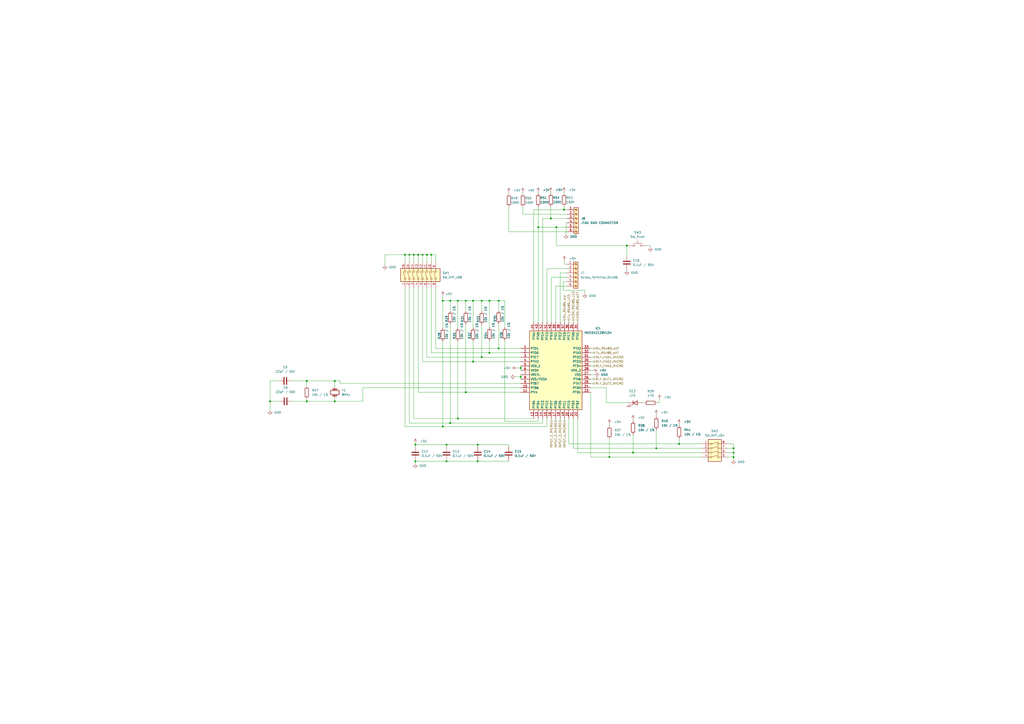
<source format=kicad_sch>
(kicad_sch (version 20211123) (generator eeschema)
  (paper "A2")
  (lib_symbols
    (symbol "Connector:Screw_Terminal_01x06" (pin_names (offset 1.016) hide)
      (property "Reference" "J" (at 0 7.62 0))
      (property "Value" "Screw_Terminal_01x06" (at 0 -10.16 0))
      (symbol "Screw_Terminal_01x06_1_1"
        (rectangle (start -1.27 6.35) (end 1.27 -8.89) (stroke (width 0.254)) (fill (type background)))
        (circle (center 0 -7.62) (radius 0.635) (stroke (width 0.1524)))
        (circle (center 0 -5.08) (radius 0.635) (stroke (width 0.1524)))
        (circle (center 0 -2.54) (radius 0.635) (stroke (width 0.1524)))
        (polyline (pts (xy -0.5334 -7.2898) (xy 0.3302 -8.128)) (stroke (width 0.1524)))
        (polyline (pts (xy -0.5334 -4.7498) (xy 0.3302 -5.588)) (stroke (width 0.1524)))
        (polyline (pts (xy -0.5334 -2.2098) (xy 0.3302 -3.048)) (stroke (width 0.1524)))
        (polyline (pts (xy -0.5334 0.3302) (xy 0.3302 -0.508)) (stroke (width 0.1524)))
        (polyline (pts (xy -0.5334 2.8702) (xy 0.3302 2.032)) (stroke (width 0.1524)))
        (polyline (pts (xy -0.5334 5.4102) (xy 0.3302 4.572)) (stroke (width 0.1524)))
        (polyline (pts (xy -0.3556 -7.112) (xy 0.508 -7.9502)) (stroke (width 0.1524)))
        (polyline (pts (xy -0.3556 -4.572) (xy 0.508 -5.4102)) (stroke (width 0.1524)))
        (polyline (pts (xy -0.3556 -2.032) (xy 0.508 -2.8702)) (stroke (width 0.1524)))
        (polyline (pts (xy -0.3556 0.508) (xy 0.508 -0.3302)) (stroke (width 0.1524)))
        (polyline (pts (xy -0.3556 3.048) (xy 0.508 2.2098)) (stroke (width 0.1524)))
        (polyline (pts (xy -0.3556 5.588) (xy 0.508 4.7498)) (stroke (width 0.1524)))
        (circle (center 0 0) (radius 0.635) (stroke (width 0.1524)))
        (circle (center 0 2.54) (radius 0.635) (stroke (width 0.1524)))
        (circle (center 0 5.08) (radius 0.635) (stroke (width 0.1524)))
        (pin passive line (at -5.08 5.08 0) (length 3.81) (name "Pin_1") (number "1"))
        (pin passive line (at -5.08 2.54 0) (length 3.81) (name "Pin_2") (number "2"))
        (pin passive line (at -5.08 0 0) (length 3.81) (name "Pin_3") (number "3"))
        (pin passive line (at -5.08 -2.54 0) (length 3.81) (name "Pin_4") (number "4"))
        (pin passive line (at -5.08 -5.08 0) (length 3.81) (name "Pin_5") (number "5"))
        (pin passive line (at -5.08 -7.62 0) (length 3.81) (name "Pin_6") (number "6"))
      )
    )
    (symbol "Device:C" (pin_numbers hide) (pin_names (offset 0.254))
      (property "Reference" "C" (at 0.635 2.54 0))
      (property "Value" "C" (at 0.635 -2.54 0))
      (symbol "C_0_1"
        (polyline (pts (xy -2.032 -0.762) (xy 2.032 -0.762)) (stroke (width 0.508)))
        (polyline (pts (xy -2.032 0.762) (xy 2.032 0.762)) (stroke (width 0.508)))
      )
      (symbol "C_1_1"
        (pin passive line (at 0 3.81 270) (length 2.794) (name "~") (number "1"))
        (pin passive line (at 0 -3.81 90) (length 2.794) (name "~") (number "2"))
      )
    )
    (symbol "Device:Crystal" (pin_numbers hide) (pin_names (offset 1.016) hide)
      (property "Reference" "Y" (at 0 3.81 0))
      (property "Value" "Crystal" (at 0 -3.81 0))
      (symbol "Crystal_0_1"
        (rectangle (start -1.143 2.54) (end 1.143 -2.54) (stroke (width 0.3048)))
        (polyline (pts (xy -2.54 0) (xy -1.905 0)))
        (polyline (pts (xy -1.905 -1.27) (xy -1.905 1.27)) (stroke (width 0.508)))
        (polyline (pts (xy 1.905 -1.27) (xy 1.905 1.27)) (stroke (width 0.508)))
        (polyline (pts (xy 2.54 0) (xy 1.905 0)))
      )
      (symbol "Crystal_1_1"
        (pin passive line (at -3.81 0 0) (length 1.27) (name "1") (number "1"))
        (pin passive line (at 3.81 0 180) (length 1.27) (name "2") (number "2"))
      )
    )
    (symbol "Device:LED" (pin_numbers hide) (pin_names (offset 1.016) hide)
      (property "Reference" "D" (at 0 2.54 0))
      (property "Value" "LED" (at 0 -2.54 0))
      (symbol "LED_0_1"
        (polyline (pts (xy -1.27 -1.27) (xy -1.27 1.27)) (stroke (width 0.254)))
        (polyline (pts (xy -1.27 0) (xy 1.27 0)))
        (polyline (pts (xy 1.27 -1.27) (xy 1.27 1.27) (xy -1.27 0) (xy 1.27 -1.27)) (stroke (width 0.254)))
        (polyline (pts (xy -3.048 -0.762) (xy -4.572 -2.286) (xy -3.81 -2.286) (xy -4.572 -2.286) (xy -4.572 -1.524)))
        (polyline (pts (xy -1.778 -0.762) (xy -3.302 -2.286) (xy -2.54 -2.286) (xy -3.302 -2.286) (xy -3.302 -1.524)))
      )
      (symbol "LED_1_1"
        (pin passive line (at -3.81 0 0) (length 2.54) (name "K") (number "1"))
        (pin passive line (at 3.81 0 180) (length 2.54) (name "A") (number "2"))
      )
    )
    (symbol "Device:R" (pin_numbers hide) (pin_names (offset 0))
      (property "Reference" "R" (at 2.032 0 90))
      (property "Value" "R" (at 0 0 90))
      (symbol "R_0_1"
        (rectangle (start -1.016 -2.54) (end 1.016 2.54) (stroke (width 0.254)))
      )
      (symbol "R_1_1"
        (pin passive line (at 0 3.81 270) (length 1.27) (name "~") (number "1"))
        (pin passive line (at 0 -3.81 90) (length 1.27) (name "~") (number "2"))
      )
    )
    (symbol "MKE04Z128VLD4:MKE04Z128VLD4"
      (property "Value" "MKE04Z128VLD4" (at 0 0 0))
      (property "Reference_1" "IC" (at 36.83 15.24 0))
      (property "Value_1" "MKE04Z128VLD4" (at 36.83 12.7 0))
      (symbol "MKE04Z128VLD4_1_1"
        (rectangle (start 5.08 10.16) (end 35.56 -35.56) (stroke (width 0.254)) (fill (type background)))
        (pin passive line (at 0 0 0) (length 5.08) (name "PTD1") (number "1"))
        (pin passive line (at 0 -22.86 0) (length 5.08) (name "PTB6") (number "10"))
        (pin passive line (at 0 -25.4 0) (length 5.08) (name "PTI4") (number "11"))
        (pin passive line (at 7.62 -40.64 90) (length 5.08) (name "PTB5") (number "12"))
        (pin passive line (at 10.16 -40.64 90) (length 5.08) (name "PTB4") (number "13"))
        (pin passive line (at 12.7 -40.64 90) (length 5.08) (name "PTC3") (number "14"))
        (pin passive line (at 15.24 -40.64 90) (length 5.08) (name "PTC2") (number "15"))
        (pin passive line (at 17.78 -40.64 90) (length 5.08) (name "PTD7") (number "16"))
        (pin passive line (at 20.32 -40.64 90) (length 5.08) (name "PTD6") (number "17"))
        (pin passive line (at 22.86 -40.64 90) (length 5.08) (name "PTD5") (number "18"))
        (pin passive line (at 25.4 -40.64 90) (length 5.08) (name "PTC1") (number "19"))
        (pin passive line (at 0 -2.54 0) (length 5.08) (name "PTD0") (number "2"))
        (pin passive line (at 27.94 -40.64 90) (length 5.08) (name "PTC0") (number "20"))
        (pin passive line (at 30.48 -40.64 90) (length 5.08) (name "PTB3") (number "21"))
        (pin passive line (at 33.02 -40.64 90) (length 5.08) (name "PTB2") (number "22"))
        (pin passive line (at 40.64 -25.4 180) (length 5.08) (name "PTB1") (number "23"))
        (pin passive line (at 40.64 -22.86 180) (length 5.08) (name "PTB0") (number "24"))
        (pin passive line (at 40.64 -20.32 180) (length 5.08) (name "PTA7") (number "25"))
        (pin passive line (at 40.64 -17.78 180) (length 5.08) (name "PTA6") (number "26"))
        (pin passive line (at 40.64 -15.24 180) (length 5.08) (name "VSS") (number "27"))
        (pin passive line (at 40.64 -12.7 180) (length 5.08) (name "VDD_2") (number "28"))
        (pin passive line (at 40.64 -10.16 180) (length 5.08) (name "PTD4") (number "29"))
        (pin passive line (at 0 -5.08 0) (length 5.08) (name "PTE7") (number "3"))
        (pin passive line (at 40.64 -7.62 180) (length 5.08) (name "PTD3") (number "30"))
        (pin passive line (at 40.64 -5.08 180) (length 5.08) (name "PTD2") (number "31"))
        (pin passive line (at 40.64 -2.54 180) (length 5.08) (name "PTA3") (number "32"))
        (pin passive line (at 40.64 0 180) (length 5.08) (name "PTA2") (number "33"))
        (pin passive line (at 33.02 15.24 270) (length 5.08) (name "PTA1") (number "34"))
        (pin passive line (at 30.48 15.24 270) (length 5.08) (name "PTA0") (number "35"))
        (pin passive line (at 27.94 15.24 270) (length 5.08) (name "PTC7") (number "36"))
        (pin passive line (at 25.4 15.24 270) (length 5.08) (name "PTC6") (number "37"))
        (pin passive line (at 22.86 15.24 270) (length 5.08) (name "PTE2") (number "38"))
        (pin passive line (at 20.32 15.24 270) (length 5.08) (name "PTE1") (number "39"))
        (pin passive line (at 0 -7.62 0) (length 5.08) (name "PTH2") (number "4"))
        (pin passive line (at 17.78 15.24 270) (length 5.08) (name "PTE0") (number "40"))
        (pin passive line (at 15.24 15.24 270) (length 5.08) (name "PTC5") (number "41"))
        (pin passive line (at 12.7 15.24 270) (length 5.08) (name "PTC4") (number "42"))
        (pin passive line (at 10.16 15.24 270) (length 5.08) (name "PTA5") (number "43"))
        (pin passive line (at 7.62 15.24 270) (length 5.08) (name "PTA4") (number "44"))
        (pin passive line (at 0 -10.16 0) (length 5.08) (name "VDD_1") (number "5"))
        (pin passive line (at 0 -12.7 0) (length 5.08) (name "VDDA") (number "6"))
        (pin passive line (at 0 -15.24 0) (length 5.08) (name "VREFL") (number "7"))
        (pin passive line (at 0 -17.78 0) (length 5.08) (name "VSS/VSSA") (number "8"))
        (pin passive line (at 0 -20.32 0) (length 5.08) (name "PTB7") (number "9"))
      )
    )
    (symbol "Switch:SW_DIP_x04" (pin_names (offset 0) hide)
      (property "Reference" "SW" (at 0 8.89 0))
      (property "Value" "SW_DIP_x04" (at 0 -6.35 0))
      (symbol "SW_DIP_x04_0_0"
        (circle (center -2.032 -2.54) (radius 0.508))
        (circle (center -2.032 0) (radius 0.508))
        (circle (center -2.032 2.54) (radius 0.508))
        (circle (center -2.032 5.08) (radius 0.508))
        (polyline (pts (xy -1.524 -2.3876) (xy 2.3622 -1.3462)))
        (polyline (pts (xy -1.524 0.127) (xy 2.3622 1.1684)))
        (polyline (pts (xy -1.524 2.667) (xy 2.3622 3.7084)))
        (polyline (pts (xy -1.524 5.207) (xy 2.3622 6.2484)))
        (circle (center 2.032 -2.54) (radius 0.508))
        (circle (center 2.032 0) (radius 0.508))
        (circle (center 2.032 2.54) (radius 0.508))
        (circle (center 2.032 5.08) (radius 0.508))
      )
      (symbol "SW_DIP_x04_0_1"
        (rectangle (start -3.81 7.62) (end 3.81 -5.08) (stroke (width 0.254)) (fill (type background)))
      )
      (symbol "SW_DIP_x04_1_1"
        (pin passive line (at -7.62 5.08 0) (length 5.08) (name "~") (number "1"))
        (pin passive line (at -7.62 2.54 0) (length 5.08) (name "~") (number "2"))
        (pin passive line (at -7.62 0 0) (length 5.08) (name "~") (number "3"))
        (pin passive line (at -7.62 -2.54 0) (length 5.08) (name "~") (number "4"))
        (pin passive line (at 7.62 -2.54 180) (length 5.08) (name "~") (number "5"))
        (pin passive line (at 7.62 0 180) (length 5.08) (name "~") (number "6"))
        (pin passive line (at 7.62 2.54 180) (length 5.08) (name "~") (number "7"))
        (pin passive line (at 7.62 5.08 180) (length 5.08) (name "~") (number "8"))
      )
    )
    (symbol "Switch:SW_DIP_x08" (pin_names (offset 0) hide)
      (property "Reference" "SW" (at 0 13.97 0))
      (property "Value" "SW_DIP_x08" (at 0 -11.43 0))
      (symbol "SW_DIP_x08_0_0"
        (circle (center -2.032 -7.62) (radius 0.508))
        (circle (center -2.032 -5.08) (radius 0.508))
        (circle (center -2.032 -2.54) (radius 0.508))
        (circle (center -2.032 0) (radius 0.508))
        (circle (center -2.032 2.54) (radius 0.508))
        (circle (center -2.032 5.08) (radius 0.508))
        (circle (center -2.032 7.62) (radius 0.508))
        (circle (center -2.032 10.16) (radius 0.508))
        (polyline (pts (xy -1.524 -7.4676) (xy 2.3622 -6.4262)))
        (polyline (pts (xy -1.524 -4.9276) (xy 2.3622 -3.8862)))
        (polyline (pts (xy -1.524 -2.3876) (xy 2.3622 -1.3462)))
        (polyline (pts (xy -1.524 0.127) (xy 2.3622 1.1684)))
        (polyline (pts (xy -1.524 2.667) (xy 2.3622 3.7084)))
        (polyline (pts (xy -1.524 5.207) (xy 2.3622 6.2484)))
        (polyline (pts (xy -1.524 7.747) (xy 2.3622 8.7884)))
        (polyline (pts (xy -1.524 10.287) (xy 2.3622 11.3284)))
        (circle (center 2.032 -7.62) (radius 0.508))
        (circle (center 2.032 -5.08) (radius 0.508))
        (circle (center 2.032 -2.54) (radius 0.508))
        (circle (center 2.032 0) (radius 0.508))
        (circle (center 2.032 2.54) (radius 0.508))
        (circle (center 2.032 5.08) (radius 0.508))
        (circle (center 2.032 7.62) (radius 0.508))
        (circle (center 2.032 10.16) (radius 0.508))
      )
      (symbol "SW_DIP_x08_0_1"
        (rectangle (start -3.81 12.7) (end 3.81 -10.16) (stroke (width 0.254)) (fill (type background)))
      )
      (symbol "SW_DIP_x08_1_1"
        (pin passive line (at -7.62 10.16 0) (length 5.08) (name "~") (number "1"))
        (pin passive line (at 7.62 -5.08 180) (length 5.08) (name "~") (number "10"))
        (pin passive line (at 7.62 -2.54 180) (length 5.08) (name "~") (number "11"))
        (pin passive line (at 7.62 0 180) (length 5.08) (name "~") (number "12"))
        (pin passive line (at 7.62 2.54 180) (length 5.08) (name "~") (number "13"))
        (pin passive line (at 7.62 5.08 180) (length 5.08) (name "~") (number "14"))
        (pin passive line (at 7.62 7.62 180) (length 5.08) (name "~") (number "15"))
        (pin passive line (at 7.62 10.16 180) (length 5.08) (name "~") (number "16"))
        (pin passive line (at -7.62 7.62 0) (length 5.08) (name "~") (number "2"))
        (pin passive line (at -7.62 5.08 0) (length 5.08) (name "~") (number "3"))
        (pin passive line (at -7.62 2.54 0) (length 5.08) (name "~") (number "4"))
        (pin passive line (at -7.62 0 0) (length 5.08) (name "~") (number "5"))
        (pin passive line (at -7.62 -2.54 0) (length 5.08) (name "~") (number "6"))
        (pin passive line (at -7.62 -5.08 0) (length 5.08) (name "~") (number "7"))
        (pin passive line (at -7.62 -7.62 0) (length 5.08) (name "~") (number "8"))
        (pin passive line (at 7.62 -7.62 180) (length 5.08) (name "~") (number "9"))
      )
    )
    (symbol "Switch:SW_Push" (pin_numbers hide) (pin_names (offset 1.016) hide)
      (property "Reference" "SW" (at 1.27 2.54 0))
      (property "Value" "SW_Push" (at 0 -1.524 0))
      (symbol "SW_Push_0_1"
        (circle (center -2.032 0) (radius 0.508))
        (polyline (pts (xy 0 1.27) (xy 0 3.048)))
        (polyline (pts (xy 2.54 1.27) (xy -2.54 1.27)))
        (circle (center 2.032 0) (radius 0.508))
        (pin passive line (at -5.08 0 0) (length 2.54) (name "1") (number "1"))
        (pin passive line (at 5.08 0 180) (length 2.54) (name "2") (number "2"))
      )
    )
    (symbol "power:+5V" (power) (pin_names (offset 0))
      (property "Value" "+5V" (at 0 3.556 0))
      (symbol "+5V_0_1"
        (polyline (pts (xy -0.762 1.27) (xy 0 2.54)))
        (polyline (pts (xy 0 0) (xy 0 2.54)))
        (polyline (pts (xy 0 2.54) (xy 0.762 1.27)))
      )
      (symbol "+5V_1_1"
        (pin power_in line (at 0 0 90) (length 0) hide (name "+5V") (number "1"))
      )
    )
    (symbol "power:GND" (power) (pin_names (offset 0))
      (property "Value" "GND" (at 0 -3.81 0))
      (symbol "GND_0_1"
        (polyline (pts (xy 0 0) (xy 0 -1.27) (xy 1.27 -1.27) (xy 0 -2.54) (xy -1.27 -1.27) (xy 0 -1.27)))
      )
      (symbol "GND_1_1"
        (pin power_in line (at 0 0 270) (length 0) hide (name "GND") (number "1"))
      )
    )
  )
  (junction (at 322.7324 131.826))
  (junction (at 283.9212 204.6732))
  (junction (at 277.114 257.9624))
  (junction (at 327.2028 121.666))
  (junction (at 270.2052 227.5332))
  (junction (at 363.6264 142.4432))
  (junction (at 234.95 147.7772))
  (junction (at 242.57 147.7772))
  (junction (at 194.2084 232.8164))
  (junction (at 367.2332 262.5852))
  (junction (at 425.5516 260.0452))
  (junction (at 194.2084 220.98))
  (junction (at 274.4216 174.4472))
  (junction (at 237.49 147.7772))
  (junction (at 261.1628 174.4472))
  (junction (at 312.2168 131.826))
  (junction (at 319.532 126.746))
  (junction (at 425.5516 265.1252))
  (junction (at 256.8448 247.4468))
  (junction (at 250.19 147.7772))
  (junction (at 240.03 147.7772))
  (junction (at 177.9524 220.98))
  (junction (at 274.4216 209.7532))
  (junction (at 245.11 147.7772))
  (junction (at 265.5824 242.7732))
  (junction (at 380.6952 260.0452))
  (junction (at 259.0292 257.9624))
  (junction (at 302.0568 213.4616))
  (junction (at 259.0292 267.6144))
  (junction (at 247.65 147.7772))
  (junction (at 302.0568 218.6432))
  (junction (at 289.2552 174.4472))
  (junction (at 393.954 257.5052))
  (junction (at 240.9444 267.6144))
  (junction (at 270.2052 174.4472))
  (junction (at 156.6672 232.8164))
  (junction (at 265.5824 174.4472))
  (junction (at 353.5172 265.1252))
  (junction (at 240.9444 257.9624))
  (junction (at 289.2552 202.1332))
  (junction (at 261.1628 245.4148))
  (junction (at 256.8448 174.4472))
  (junction (at 277.114 267.6144))
  (junction (at 279.4508 174.4472))
  (junction (at 425.5516 262.5852))
  (junction (at 279.4508 207.2132))
  (junction (at 177.9524 232.8164))
  (junction (at 283.9212 174.4472))
  (wire (pts (xy 237.49 147.7772) (xy 240.03 147.7772)))
  (wire (pts (xy 353.5172 246.0244) (xy 353.5172 247.0404)))
  (wire (pts (xy 319.8368 160.8836) (xy 328.93 160.8836)))
  (wire (pts (xy 210.4136 224.9932) (xy 210.4136 232.8164)))
  (wire (pts (xy 156.6672 220.98) (xy 161.6964 220.98)))
  (wire (pts (xy 292.8112 174.4472) (xy 289.2552 174.4472)))
  (wire (pts (xy 259.0292 257.9624) (xy 259.0292 259.334)))
  (wire (pts (xy 234.95 247.4468) (xy 234.95 167.2336)))
  (wire (pts (xy 425.5516 260.0452) (xy 425.5516 257.5052)))
  (wire (pts (xy 382.524 233.68) (xy 381.254 233.68)))
  (wire (pts (xy 309.6768 121.666) (xy 327.2028 121.666)))
  (wire (pts (xy 302.0568 224.9932) (xy 210.4136 224.9932)))
  (wire (pts (xy 393.954 254.4572) (xy 393.954 257.5052)))
  (wire (pts (xy 295.0972 266.954) (xy 295.0972 267.6144)))
  (wire (pts (xy 302.0568 218.6432) (xy 302.0568 217.3732)))
  (wire (pts (xy 317.2968 242.7732) (xy 317.2968 247.4468)))
  (wire (pts (xy 322.7324 131.826) (xy 329.1332 131.826)))
  (wire (pts (xy 277.114 257.9624) (xy 295.0972 257.9624)))
  (wire (pts (xy 274.4216 174.4472) (xy 270.2052 174.4472)))
  (wire (pts (xy 327.4568 242.7732) (xy 327.4568 243.6876)))
  (wire (pts (xy 329.9968 185.9788) (xy 329.9968 186.8932)))
  (wire (pts (xy 363.6264 156.1592) (xy 363.6264 156.9212)))
  (wire (pts (xy 177.9524 220.98) (xy 177.9524 223.8756)))
  (wire (pts (xy 406.9588 265.1252) (xy 353.5172 265.1252)))
  (wire (pts (xy 265.5824 197.866) (xy 265.5824 242.7732)))
  (wire (pts (xy 422.1988 262.5852) (xy 425.5516 262.5852)))
  (wire (pts (xy 372.2624 233.68) (xy 373.634 233.68)))
  (wire (pts (xy 234.95 147.7772) (xy 237.49 147.7772)))
  (wire (pts (xy 327.406 153.2636) (xy 328.93 153.2636)))
  (wire (pts (xy 295.1988 134.366) (xy 329.1332 134.366)))
  (wire (pts (xy 245.11 209.7532) (xy 245.11 167.2336)))
  (wire (pts (xy 353.5172 265.1252) (xy 342.6968 265.1252)))
  (wire (pts (xy 289.2552 174.4472) (xy 289.2552 180.2384)))
  (wire (pts (xy 393.954 245.9228) (xy 393.954 246.8372)))
  (wire (pts (xy 312.2168 244.348) (xy 312.2168 242.7732)))
  (wire (pts (xy 245.11 147.7772) (xy 245.11 151.9936)))
  (wire (pts (xy 210.4136 232.8164) (xy 194.2084 232.8164)))
  (wire (pts (xy 277.114 257.9624) (xy 277.114 259.334)))
  (wire (pts (xy 342.6968 212.2932) (xy 344.0176 212.2932)))
  (wire (pts (xy 422.1988 265.1252) (xy 425.5516 265.1252)))
  (wire (pts (xy 240.9444 267.6144) (xy 240.9444 268.8844)))
  (wire (pts (xy 327.4568 186.0804) (xy 327.4568 186.8932)))
  (wire (pts (xy 234.95 147.7772) (xy 234.95 151.9936)))
  (wire (pts (xy 265.5824 174.4472) (xy 261.1628 174.4472)))
  (wire (pts (xy 277.114 267.6144) (xy 295.0972 267.6144)))
  (wire (pts (xy 425.5516 257.5052) (xy 422.1988 257.5052)))
  (wire (pts (xy 300.0248 213.4616) (xy 302.0568 213.4616)))
  (wire (pts (xy 240.9444 257.1496) (xy 240.9444 257.9624)))
  (wire (pts (xy 339.2932 170.3324) (xy 339.2932 168.3004)))
  (wire (pts (xy 197.2564 220.98) (xy 194.2084 220.98)))
  (wire (pts (xy 319.532 119.7864) (xy 319.532 126.746)))
  (wire (pts (xy 237.49 147.7772) (xy 237.49 151.9936)))
  (wire (pts (xy 327.2028 121.666) (xy 329.1332 121.666)))
  (wire (pts (xy 177.9524 232.8164) (xy 169.4688 232.8164)))
  (wire (pts (xy 274.4216 174.4472) (xy 274.4216 190.1952)))
  (wire (pts (xy 302.0568 213.4616) (xy 302.0568 214.8332)))
  (wire (pts (xy 314.7568 126.746) (xy 319.532 126.746)))
  (wire (pts (xy 319.8368 242.7732) (xy 319.8368 243.6876)))
  (wire (pts (xy 312.2168 111.506) (xy 312.2168 112.268)))
  (wire (pts (xy 367.2332 243.4844) (xy 367.2332 244.348)))
  (wire (pts (xy 242.57 167.2336) (xy 242.57 227.5332)))
  (wire (pts (xy 303.3268 111.6584) (xy 303.3268 112.4204)))
  (wire (pts (xy 351.7392 224.9932) (xy 342.6968 224.9932)))
  (wire (pts (xy 342.6968 222.4532) (xy 343.916 222.4532)))
  (wire (pts (xy 261.1628 180.3908) (xy 261.1628 174.4472)))
  (wire (pts (xy 250.19 147.7772) (xy 250.19 151.9936)))
  (wire (pts (xy 425.5516 266.7) (xy 425.5516 265.1252)))
  (wire (pts (xy 377.3424 143.3576) (xy 377.3424 142.4432)))
  (wire (pts (xy 156.6672 237.998) (xy 156.6672 232.8164)))
  (wire (pts (xy 292.8112 189.8904) (xy 292.8112 174.4472)))
  (wire (pts (xy 312.2168 186.8932) (xy 312.2168 131.826)))
  (wire (pts (xy 261.1628 174.4472) (xy 256.8448 174.4472)))
  (wire (pts (xy 302.0568 204.6732) (xy 283.9212 204.6732)))
  (wire (pts (xy 309.6768 242.7732) (xy 265.5824 242.7732)))
  (wire (pts (xy 327.2028 119.7864) (xy 327.2028 121.666)))
  (wire (pts (xy 256.8448 197.9168) (xy 256.8448 247.4468)))
  (wire (pts (xy 283.9212 204.6732) (xy 250.19 204.6732)))
  (wire (pts (xy 223.3168 153.7208) (xy 223.3168 147.7772)))
  (wire (pts (xy 265.5824 242.7732) (xy 240.03 242.7732)))
  (wire (pts (xy 363.6264 148.5392) (xy 363.6264 142.4432)))
  (wire (pts (xy 283.9212 174.4472) (xy 279.4508 174.4472)))
  (wire (pts (xy 342.6968 219.9132) (xy 343.916 219.9132)))
  (wire (pts (xy 327.406 151.1808) (xy 327.406 153.2636)))
  (wire (pts (xy 274.4216 209.7532) (xy 245.11 209.7532)))
  (wire (pts (xy 156.6672 232.8164) (xy 156.6672 220.98)))
  (wire (pts (xy 314.7568 186.8932) (xy 314.7568 126.746)))
  (wire (pts (xy 197.2564 222.4532) (xy 197.2564 220.98)))
  (wire (pts (xy 302.0568 222.4532) (xy 197.2564 222.4532)))
  (wire (pts (xy 261.1628 188.0108) (xy 261.1628 245.4148)))
  (wire (pts (xy 242.57 147.7772) (xy 242.57 151.9936)))
  (wire (pts (xy 279.4508 207.2132) (xy 247.65 207.2132)))
  (wire (pts (xy 332.5368 186.1312) (xy 332.5368 186.8932)))
  (wire (pts (xy 302.0568 218.6432) (xy 302.0568 219.9132)))
  (wire (pts (xy 270.2052 188.0616) (xy 270.2052 227.5332)))
  (wire (pts (xy 329.9968 257.5052) (xy 329.9968 242.7732)))
  (wire (pts (xy 295.0972 259.334) (xy 295.0972 257.9624)))
  (wire (pts (xy 317.2968 247.4468) (xy 256.8448 247.4468)))
  (wire (pts (xy 342.6968 265.1252) (xy 342.6968 227.5332)))
  (wire (pts (xy 240.03 147.7772) (xy 242.57 147.7772)))
  (wire (pts (xy 367.2332 262.5852) (xy 335.0768 262.5852)))
  (wire (pts (xy 303.3268 124.206) (xy 329.1332 124.206)))
  (wire (pts (xy 292.8112 197.5104) (xy 292.8112 244.348)))
  (wire (pts (xy 247.65 147.7772) (xy 250.19 147.7772)))
  (wire (pts (xy 240.9444 267.6144) (xy 259.0292 267.6144)))
  (wire (pts (xy 259.0292 266.954) (xy 259.0292 267.6144)))
  (wire (pts (xy 335.0768 262.5852) (xy 335.0768 242.7732)))
  (wire (pts (xy 240.9444 257.9624) (xy 259.0292 257.9624)))
  (wire (pts (xy 328.3712 129.286) (xy 329.1332 129.286)))
  (wire (pts (xy 240.03 167.2336) (xy 240.03 242.7732)))
  (wire (pts (xy 342.6968 217.3732) (xy 344.7796 217.3732)))
  (wire (pts (xy 283.9212 174.4472) (xy 283.9212 190.0428)))
  (wire (pts (xy 302.0568 207.2132) (xy 279.4508 207.2132)))
  (wire (pts (xy 194.2084 223.8756) (xy 194.2084 220.98)))
  (wire (pts (xy 339.2932 168.3004) (xy 326.7964 168.3004)))
  (wire (pts (xy 259.0292 267.6144) (xy 277.114 267.6144)))
  (wire (pts (xy 245.11 147.7772) (xy 247.65 147.7772)))
  (wire (pts (xy 259.0292 257.9624) (xy 277.114 257.9624)))
  (wire (pts (xy 303.3268 120.0404) (xy 303.3268 124.206)))
  (wire (pts (xy 302.0568 227.5332) (xy 270.2052 227.5332)))
  (wire (pts (xy 380.6952 249.3264) (xy 380.6952 260.0452)))
  (wire (pts (xy 335.0768 186.182) (xy 335.0768 186.8932)))
  (wire (pts (xy 425.5516 265.1252) (xy 425.5516 262.5852)))
  (wire (pts (xy 322.7324 142.4432) (xy 322.7324 131.826)))
  (wire (pts (xy 177.9524 220.98) (xy 169.3164 220.98)))
  (wire (pts (xy 252.73 147.7772) (xy 252.73 151.9936)))
  (wire (pts (xy 353.5172 254.6604) (xy 353.5172 265.1252)))
  (wire (pts (xy 425.5516 262.5852) (xy 425.5516 260.0452)))
  (wire (pts (xy 380.6952 240.4872) (xy 380.6952 241.7064)))
  (wire (pts (xy 422.1988 260.0452) (xy 425.5516 260.0452)))
  (wire (pts (xy 363.6264 142.4432) (xy 322.7324 142.4432)))
  (wire (pts (xy 322.3768 165.9636) (xy 328.93 165.9636)))
  (wire (pts (xy 240.03 147.7772) (xy 240.03 151.9936)))
  (wire (pts (xy 194.2084 232.8164) (xy 177.9524 232.8164)))
  (wire (pts (xy 312.2168 119.888) (xy 312.2168 131.826)))
  (wire (pts (xy 377.3424 142.4432) (xy 374.9548 142.4432)))
  (wire (pts (xy 237.49 245.4148) (xy 237.49 167.2336)))
  (wire (pts (xy 314.7568 245.4148) (xy 261.1628 245.4148)))
  (wire (pts (xy 279.4508 188.214) (xy 279.4508 207.2132)))
  (wire (pts (xy 364.6424 233.68) (xy 351.7392 233.68)))
  (wire (pts (xy 279.4508 174.4472) (xy 274.4216 174.4472)))
  (wire (pts (xy 177.9524 231.4956) (xy 177.9524 232.8164)))
  (wire (pts (xy 261.1628 245.4148) (xy 237.49 245.4148)))
  (wire (pts (xy 342.6968 209.7532) (xy 344.0684 209.7532)))
  (wire (pts (xy 194.2084 220.98) (xy 177.9524 220.98)))
  (wire (pts (xy 302.0568 213.4616) (xy 302.0568 212.2932)))
  (wire (pts (xy 289.2552 187.8584) (xy 289.2552 202.1332)))
  (wire (pts (xy 292.8112 244.348) (xy 312.2168 244.348)))
  (wire (pts (xy 298.9072 218.6432) (xy 302.0568 218.6432)))
  (wire (pts (xy 326.7964 168.3004) (xy 326.7964 163.4236)))
  (wire (pts (xy 274.4216 197.8152) (xy 274.4216 209.7532)))
  (wire (pts (xy 319.8368 186.8932) (xy 319.8368 160.8836)))
  (wire (pts (xy 312.2168 131.826) (xy 322.7324 131.826)))
  (wire (pts (xy 270.2052 227.5332) (xy 242.57 227.5332)))
  (wire (pts (xy 326.7964 163.4236) (xy 328.93 163.4236)))
  (wire (pts (xy 277.114 266.954) (xy 277.114 267.6144)))
  (wire (pts (xy 283.9212 197.6628) (xy 283.9212 204.6732)))
  (wire (pts (xy 363.6264 142.4432) (xy 364.7948 142.4432)))
  (wire (pts (xy 324.9168 158.3436) (xy 328.93 158.3436)))
  (wire (pts (xy 367.2332 251.968) (xy 367.2332 262.5852)))
  (wire (pts (xy 252.73 202.1332) (xy 252.73 167.2336)))
  (wire (pts (xy 250.19 147.7772) (xy 252.73 147.7772)))
  (wire (pts (xy 324.9168 186.8932) (xy 324.9168 158.3436)))
  (wire (pts (xy 279.4508 174.4472) (xy 279.4508 180.594)))
  (wire (pts (xy 256.8448 174.4472) (xy 256.8448 190.2968)))
  (wire (pts (xy 302.0568 202.1332) (xy 289.2552 202.1332)))
  (wire (pts (xy 295.1988 111.6584) (xy 295.1988 112.4204)))
  (wire (pts (xy 314.7568 242.7732) (xy 314.7568 245.4148)))
  (wire (pts (xy 317.2968 186.8932) (xy 317.2968 155.8036)))
  (wire (pts (xy 319.532 111.4044) (xy 319.532 112.1664)))
  (wire (pts (xy 295.1988 120.0404) (xy 295.1988 134.366)))
  (wire (pts (xy 322.3768 186.8932) (xy 322.3768 165.9636)))
  (wire (pts (xy 289.2552 202.1332) (xy 252.73 202.1332)))
  (wire (pts (xy 247.65 147.7772) (xy 247.65 151.9936)))
  (wire (pts (xy 342.6968 202.1332) (xy 344.0684 202.1332)))
  (wire (pts (xy 256.8448 171.7548) (xy 256.8448 174.4472)))
  (wire (pts (xy 240.9444 257.9624) (xy 240.9444 259.334)))
  (wire (pts (xy 406.9588 260.0452) (xy 380.6952 260.0452)))
  (wire (pts (xy 406.9588 262.5852) (xy 367.2332 262.5852)))
  (wire (pts (xy 342.6968 214.8332) (xy 343.6112 214.8332)))
  (wire (pts (xy 332.5368 260.0452) (xy 332.5368 242.7732)))
  (wire (pts (xy 242.57 147.7772) (xy 245.11 147.7772)))
  (wire (pts (xy 324.9168 242.7732) (xy 324.9168 243.6876)))
  (wire (pts (xy 289.2552 174.4472) (xy 283.9212 174.4472)))
  (wire (pts (xy 223.3168 147.7772) (xy 234.95 147.7772)))
  (wire (pts (xy 328.3712 135.9408) (xy 328.3712 129.286)))
  (wire (pts (xy 270.2052 174.4472) (xy 265.5824 174.4472)))
  (wire (pts (xy 342.6968 204.6732) (xy 344.1192 204.6732)))
  (wire (pts (xy 380.6952 260.0452) (xy 332.5368 260.0452)))
  (wire (pts (xy 270.2052 174.4472) (xy 270.2052 180.4416)))
  (wire (pts (xy 351.7392 233.68) (xy 351.7392 224.9932)))
  (wire (pts (xy 265.5824 174.4472) (xy 265.5824 190.246)))
  (wire (pts (xy 247.65 207.2132) (xy 247.65 167.2336)))
  (wire (pts (xy 317.2968 155.8036) (xy 328.93 155.8036)))
  (wire (pts (xy 393.954 257.5052) (xy 329.9968 257.5052)))
  (wire (pts (xy 256.8448 247.4468) (xy 234.95 247.4468)))
  (wire (pts (xy 322.3768 242.7732) (xy 322.3768 243.6876)))
  (wire (pts (xy 194.2084 231.4956) (xy 194.2084 232.8164)))
  (wire (pts (xy 156.6672 232.8164) (xy 161.8488 232.8164)))
  (wire (pts (xy 382.524 231.6988) (xy 382.524 233.68)))
  (wire (pts (xy 319.532 126.746) (xy 329.1332 126.746)))
  (wire (pts (xy 327.2028 111.4044) (xy 327.2028 112.1664)))
  (wire (pts (xy 240.9444 266.954) (xy 240.9444 267.6144)))
  (wire (pts (xy 406.9588 257.5052) (xy 393.954 257.5052)))
  (wire (pts (xy 250.19 204.6732) (xy 250.19 167.2336)))
  (wire (pts (xy 309.6768 186.8932) (xy 309.6768 121.666)))
  (wire (pts (xy 342.6968 207.2132) (xy 344.1192 207.2132)))
  (wire (pts (xy 302.0568 209.7532) (xy 274.4216 209.7532)))
  (hierarchical_label "COM_RS485_LCD" (shape bidirectional) (at 332.5368 186.1312 90))
  (hierarchical_label "Rx_RS485_eXT" (shape bidirectional) (at 344.0684 202.1332 0))
  (hierarchical_label "INPUT_2_MICRO" (shape bidirectional) (at 322.3768 243.6876 270))
  (hierarchical_label "INPUT_3_MICRO" (shape bidirectional) (at 324.9168 243.6876 270))
  (hierarchical_label "Tx_RS485_LCD" (shape bidirectional) (at 329.9968 185.9788 90))
  (hierarchical_label "RLY_FAN2_MICRO" (shape bidirectional) (at 344.0684 209.7532 0))
  (hierarchical_label "RLY_FAN3_MICRO" (shape bidirectional) (at 344.0176 212.2932 0))
  (hierarchical_label "CON_RS485_eXT" (shape bidirectional) (at 335.0768 186.182 90))
  (hierarchical_label "INPUT_4_MICRO" (shape bidirectional) (at 327.4568 243.6876 270))
  (hierarchical_label "Rx_RS485_lcd" (shape bidirectional) (at 327.4568 186.0804 90))
  (hierarchical_label "RLY_OUT1_MICRO" (shape bidirectional) (at 343.916 219.9132 0))
  (hierarchical_label "RLY_OUT2_MICRO" (shape bidirectional) (at 343.916 222.4532 0))
  (hierarchical_label "Tx_RS485_eXT" (shape bidirectional) (at 344.1192 204.6732 0))
  (hierarchical_label "RLY_FAN1_MICRO" (shape bidirectional) (at 344.1192 207.2132 0))
  (hierarchical_label "INPUT_1_MICRO" (shape bidirectional) (at 319.8368 243.6876 270))
  (symbol (lib_id "power:GND") (at 156.6672 237.998 0) (unit 1)
    (property "Reference" "#PWR0144" (effects hide))
    (property "Value" "GND" (at 159.004 239.2679 0) (effects (justify left)))
  )
  (symbol (lib_id "Device:C") (at 240.9444 263.144 0) (unit 1)
    (property "Reference" "C12" (at 244.4496 261.8739 0) (effects (justify left)))
    (property "Value" "0.1uF / 50V" (at 244.4496 264.4139 0) (effects (justify left)))
    (property "Footprint" "Capacitor_SMD:C_0805_2012Metric" (effects hide))
  )
  (symbol (lib_id "power:+5V") (at 393.954 245.9228 0) (unit 1)
    (property "Reference" "#PWR0138" (effects hide))
    (property "Value" "+5V" (at 396.5956 244.6527 0) (effects (justify left)))
  )
  (symbol (lib_id "power:+5V") (at 295.1988 111.6584 0) (unit 1)
    (property "Reference" "#PWR0178" (effects hide))
    (property "Value" "+5V" (at 297.8404 110.3883 0) (effects (justify left)))
  )
  (symbol (lib_id "power:GND") (at 363.6264 156.9212 0) (unit 1)
    (property "Reference" "#PWR0176" (effects hide))
    (property "Value" "GND" (at 365.9632 158.1911 0) (effects (justify left)))
  )
  (symbol (lib_id "Device:R") (at 353.5172 250.8504 180) (unit 1)
    (property "Reference" "R37" (at 356.4636 249.5803 0) (effects (justify right)))
    (property "Value" "10k / 1%" (at 356.4636 252.1203 0) (effects (justify right)))
    (property "Footprint" "Resistor_SMD:R_0805_2012Metric" (effects hide))
  )
  (symbol (lib_id "Device:R") (at 289.2552 184.0484 180) (unit 1)
    (property "Reference" "R35" (at 287.2232 186.7408 90) (effects (justify right)))
    (property "Value" "10k / 1%" (at 291.5412 186.8932 90) (effects (justify right)))
    (property "Footprint" "Resistor_SMD:R_0805_2012Metric" (effects hide))
  )
  (symbol (lib_id "power:+5V") (at 303.3268 111.6584 0) (unit 1)
    (property "Reference" "#PWR0179" (effects hide))
    (property "Value" "+5V" (at 305.9684 110.3883 0) (effects (justify left)))
  )
  (symbol (lib_id "Device:C") (at 259.0292 263.144 0) (unit 1)
    (property "Reference" "C13" (at 262.5344 261.8739 0) (effects (justify left)))
    (property "Value" "0.1uF / 50V" (at 262.5344 264.4139 0) (effects (justify left)))
    (property "Footprint" "Capacitor_SMD:C_0805_2012Metric" (effects hide))
  )
  (symbol (lib_id "power:GND") (at 339.2932 170.3324 0) (unit 1)
    (property "Reference" "#PWR0175" (effects hide))
    (property "Value" "GND" (at 341.63 171.6023 0) (effects (justify left)))
  )
  (symbol (lib_id "Device:LED") (at 368.4524 233.68 0) (unit 1)
    (property "Reference" "D12" (at 366.8649 226.8728 0))
    (property "Value" "LED" (at 366.8649 229.4128 0))
    (property "Footprint" "LED_SMD:LED_0805_2012Metric" (effects hide))
  )
  (symbol (lib_id "power:+5V") (at 353.5172 246.0244 0) (unit 1)
    (property "Reference" "#PWR0135" (effects hide))
    (property "Value" "+5V" (at 356.1588 244.7543 0) (effects (justify left)))
  )
  (symbol (lib_id "Device:R") (at 327.2028 115.9764 180) (unit 1)
    (property "Reference" "R53" (at 328.3712 114.7064 0) (effects (justify right)))
    (property "Value" "100K" (at 328.3712 117.2464 0) (effects (justify right)))
    (property "Footprint" "Resistor_SMD:R_0805_2012Metric" (effects hide))
  )
  (symbol (lib_id "power:+5V") (at 319.532 111.4044 0) (unit 1)
    (property "Reference" "#PWR0181" (effects hide))
    (property "Value" "+5V" (at 322.1736 110.1343 0) (effects (justify left)))
  )
  (symbol (lib_id "Device:C") (at 165.5064 220.98 90) (unit 1)
    (property "Reference" "C5" (at 165.5064 213.0044 90))
    (property "Value" "22pF / 50V" (at 165.5064 215.5444 90))
    (property "Footprint" "Capacitor_SMD:C_0805_2012Metric" (effects hide))
  )
  (symbol (lib_id "power:GND") (at 298.9072 218.6432 270) (unit 1)
    (property "Reference" "#PWR0143" (effects hide))
    (property "Value" "GND" (at 294.7416 218.6431 90) (effects (justify right)))
  )
  (symbol (lib_id "Device:R") (at 312.2168 116.078 180) (unit 1)
    (property "Reference" "R51" (at 313.3852 114.808 0) (effects (justify right)))
    (property "Value" "100K" (at 313.3852 117.348 0) (effects (justify right)))
    (property "Footprint" "Resistor_SMD:R_0805_2012Metric" (effects hide))
  )
  (symbol (lib_id "Device:R") (at 177.9524 227.6856 180) (unit 1)
    (property "Reference" "R27" (at 180.8988 226.4155 0) (effects (justify right)))
    (property "Value" "10k / 1%" (at 180.8988 228.9555 0) (effects (justify right)))
    (property "Footprint" "Resistor_SMD:R_0805_2012Metric" (effects hide))
  )
  (symbol (lib_id "power:GND") (at 344.7796 217.3732 90) (unit 1)
    (property "Reference" "#PWR0133" (effects hide))
    (property "Value" "GND" (at 348.5896 217.3731 90) (effects (justify right)))
  )
  (symbol (lib_id "Device:C") (at 165.6588 232.8164 90) (unit 1)
    (property "Reference" "C6" (at 165.6588 224.8408 90))
    (property "Value" "22pF / 50V" (at 165.6588 227.3808 90))
    (property "Footprint" "Capacitor_SMD:C_0805_2012Metric" (effects hide))
  )
  (symbol (lib_id "power:+5V") (at 240.9444 257.1496 0) (unit 1)
    (property "Reference" "#PWR0183" (effects hide))
    (property "Value" "+5V" (at 243.586 255.8795 0) (effects (justify left)))
  )
  (symbol (lib_id "Device:R") (at 292.8112 193.7004 180) (unit 1)
    (property "Reference" "R36" (at 290.7792 196.3928 90) (effects (justify right)))
    (property "Value" "10k / 1%" (at 295.0972 196.5452 90) (effects (justify right)))
    (property "Footprint" "Resistor_SMD:R_0805_2012Metric" (effects hide))
  )
  (symbol (lib_id "Device:R") (at 265.5824 194.056 180) (unit 1)
    (property "Reference" "R30" (at 263.5504 196.7484 90) (effects (justify right)))
    (property "Value" "10k / 1%" (at 267.8684 196.9008 90) (effects (justify right)))
    (property "Footprint" "Resistor_SMD:R_0805_2012Metric" (effects hide))
  )
  (symbol (lib_id "Connector:Screw_Terminal_01x06") (at 334.2132 126.746 0) (unit 1)
    (property "Reference" "J8" (at 337.1088 126.7459 0) (effects (justify left)))
    (property "Value" "JTAG SWD CONNECTOR" (at 337.1088 129.2859 0) (effects (justify left)))
    (property "Footprint" "Connector_PinHeader_2.54mm:PinHeader_2x03_P2.54mm_Vertical" (effects hide))
  )
  (symbol (lib_id "Device:R") (at 303.3268 116.2304 180) (unit 1)
    (property "Reference" "R50" (at 304.4952 114.9604 0) (effects (justify right)))
    (property "Value" "100K" (at 304.4952 117.5004 0) (effects (justify right)))
    (property "Footprint" "Resistor_SMD:R_0805_2012Metric" (effects hide))
  )
  (symbol (lib_id "Device:R") (at 393.954 250.6472 180) (unit 1)
    (property "Reference" "R41" (at 396.9004 249.3771 0) (effects (justify right)))
    (property "Value" "10k / 1%" (at 396.9004 251.9171 0) (effects (justify right)))
    (property "Footprint" "Resistor_SMD:R_0805_2012Metric" (effects hide))
  )
  (symbol (lib_id "Device:C") (at 277.114 263.144 0) (unit 1)
    (property "Reference" "C14" (at 280.6192 261.8739 0) (effects (justify left)))
    (property "Value" "0.1uF / 50V" (at 280.6192 264.4139 0) (effects (justify left)))
    (property "Footprint" "Capacitor_SMD:C_0805_2012Metric" (effects hide))
  )
  (symbol (lib_id "Device:R") (at 283.9212 193.8528 180) (unit 1)
    (property "Reference" "R34" (at 281.8892 196.5452 90) (effects (justify right)))
    (property "Value" "10k / 1%" (at 286.2072 196.6976 90) (effects (justify right)))
    (property "Footprint" "Resistor_SMD:R_0805_2012Metric" (effects hide))
  )
  (symbol (lib_id "Device:R") (at 279.4508 184.404 180) (unit 1)
    (property "Reference" "R33" (at 277.4188 187.0964 90) (effects (justify right)))
    (property "Value" "10k / 1%" (at 281.7368 187.2488 90) (effects (justify right)))
    (property "Footprint" "Resistor_SMD:R_0805_2012Metric" (effects hide))
  )
  (symbol (lib_id "Device:R") (at 295.1988 116.2304 180) (unit 1)
    (property "Reference" "R49" (at 296.3672 114.9604 0) (effects (justify right)))
    (property "Value" "100K" (at 296.3672 117.5004 0) (effects (justify right)))
    (property "Footprint" "Resistor_SMD:R_0805_2012Metric" (effects hide))
  )
  (symbol (lib_id "power:+5V") (at 256.8448 171.7548 0) (unit 1)
    (property "Reference" "#PWR0145" (effects hide))
    (property "Value" "+5V" (at 258.2672 170.4847 0) (effects (justify left)))
  )
  (symbol (lib_id "power:+5V") (at 382.524 231.6988 0) (unit 1)
    (property "Reference" "#PWR0137" (effects hide))
    (property "Value" "+5V" (at 385.1656 230.4287 0) (effects (justify left)))
  )
  (symbol (lib_id "power:+5V") (at 380.6952 240.4872 0) (unit 1)
    (property "Reference" "#PWR0136" (effects hide))
    (property "Value" "+5V" (at 383.3368 239.2171 0) (effects (justify left)))
  )
  (symbol (lib_id "Device:C") (at 295.0972 263.144 0) (unit 1)
    (property "Reference" "C15" (at 298.6024 261.8739 0) (effects (justify left)))
    (property "Value" "0.1uF / 50V" (at 298.6024 264.4139 0) (effects (justify left)))
    (property "Footprint" "Capacitor_SMD:C_0805_2012Metric" (effects hide))
  )
  (symbol (lib_id "power:+5V") (at 327.406 151.1808 0) (unit 1)
    (property "Reference" "#PWR0174" (effects hide))
    (property "Value" "+5V" (at 330.0476 149.9107 0) (effects (justify left)))
  )
  (symbol (lib_id "power:GND") (at 425.5516 266.7 0) (unit 1)
    (property "Reference" "#PWR0139" (effects hide))
    (property "Value" "GND" (at 427.8884 267.9699 0) (effects (justify left)))
  )
  (symbol (lib_id "Device:R") (at 367.2332 248.158 180) (unit 1)
    (property "Reference" "R38" (at 370.1796 246.8879 0) (effects (justify right)))
    (property "Value" "10k / 1%" (at 370.1796 249.4279 0) (effects (justify right)))
    (property "Footprint" "Resistor_SMD:R_0805_2012Metric" (effects hide))
  )
  (symbol (lib_id "Switch:SW_DIP_x04") (at 414.5788 262.5852 0) (unit 1)
    (property "Reference" "SW2" (at 414.5788 250.0376 0))
    (property "Value" "SW_DIP_x04" (at 414.5788 252.5776 0))
    (property "Footprint" "Button_Switch_THT:SW_DIP_SPSTx04_Slide_6.7x11.72mm_W7.62mm_P2.54mm_LowProfile" (effects hide))
  )
  (symbol (lib_id "Device:R") (at 261.1628 184.2008 180) (unit 1)
    (property "Reference" "R29" (at 259.1308 186.8932 90) (effects (justify right)))
    (property "Value" "10k / 1%" (at 263.4488 187.0456 90) (effects (justify right)))
    (property "Footprint" "Resistor_SMD:R_0805_2012Metric" (effects hide))
  )
  (symbol (lib_id "Device:R") (at 256.8448 194.1068 180) (unit 1)
    (property "Reference" "R28" (at 254.8128 196.7992 90) (effects (justify right)))
    (property "Value" "10k / 1%" (at 259.1308 196.9516 90) (effects (justify right)))
    (property "Footprint" "Resistor_SMD:R_0805_2012Metric" (effects hide))
  )
  (symbol (lib_id "Device:C") (at 363.6264 152.3492 0) (unit 1)
    (property "Reference" "C16" (at 367.1316 151.0791 0) (effects (justify left)))
    (property "Value" "0.1uF / 50V" (at 367.1316 153.6191 0) (effects (justify left)))
    (property "Footprint" "Capacitor_SMD:C_0805_2012Metric" (effects hide))
  )
  (symbol (lib_id "Device:R") (at 270.2052 184.2516 180) (unit 1)
    (property "Reference" "R31" (at 268.1732 186.944 90) (effects (justify right)))
    (property "Value" "10k / 1%" (at 272.4912 187.0964 90) (effects (justify right)))
    (property "Footprint" "Resistor_SMD:R_0805_2012Metric" (effects hide))
  )
  (symbol (lib_id "power:GND") (at 223.3168 153.7208 0) (unit 1)
    (property "Reference" "#PWR0141" (effects hide))
    (property "Value" "GND" (at 225.6536 154.9907 0) (effects (justify left)))
  )
  (symbol (lib_id "power:GND") (at 377.3424 143.3576 0) (unit 1)
    (property "Reference" "#PWR0177" (effects hide))
    (property "Value" "GND" (at 379.6792 144.6275 0) (effects (justify left)))
  )
  (symbol (lib_id "power:+5V") (at 343.6112 214.8332 270) (unit 1)
    (property "Reference" "#PWR0134" (effects hide))
    (property "Value" "+5V" (at 347.5736 214.8331 90) (effects (justify left)))
  )
  (symbol (lib_id "Switch:SW_DIP_x08") (at 245.11 159.6136 90) (unit 1)
    (property "Reference" "SW1" (at 256.6416 158.3435 90) (effects (justify right)))
    (property "Value" "SW_DIP_x08" (at 256.6416 160.8835 90) (effects (justify right)))
    (property "Footprint" "Button_Switch_THT:SW_DIP_SPSTx08_Slide_6.7x21.88mm_W7.62mm_P2.54mm_LowProfile" (effects hide))
  )
  (symbol (lib_id "MKE04Z128VLD4:MKE04Z128VLD4") (at 302.0568 202.1332 0) (unit 1)
    (property "Reference" "IC1" (at 346.964 190.4744 0))
    (property "Value" "MKE04Z128VLD4" (at 346.964 193.0144 0))
    (property "Footprint" "KiCad:QFP80P1200X1200X160-44N" (effects hide))
    (property "Reference_1" "IC" (effects hide))
    (property "Value_1" "MKE04Z128VLD4" (effects hide))
    (property "Footprint_1" "QFP80P1200X1200X160-44N" (effects hide))
    (property "Datasheet_1" "https://www.nxp.com/docs/en/data-sheet/MKE04P80M48SF0.pdf" (effects hide))
    (property "Height" "1.6" (effects hide))
    (property "Manufacturer_Name" "NXP" (effects hide))
    (property "Manufacturer_Part_Number" "MKE04Z128VLD4" (effects hide))
    (property "Mouser Part Number" "841-MKE04Z128VLD4" (effects hide))
    (property "Mouser Price/Stock" "https://www.mouser.co.uk/ProductDetail/NXP-Semiconductors/MKE04Z128VLD4?qs=CteNkmuaR6zIQFKQ6XuoOw%3D%3D" (effects hide))
    (property "Arrow Part Number" "MKE04Z128VLD4" (effects hide))
    (property "Arrow Price/Stock" "https://www.arrow.com/en/products/mke04z128vld4/nxp-semiconductors" (effects hide))
  )
  (symbol (lib_id "power:GND") (at 240.9444 268.8844 0) (unit 1)
    (property "Reference" "#PWR0184" (effects hide))
    (property "Value" "GND" (at 243.2812 270.1543 0) (effects (justify left)))
  )
  (symbol (lib_id "Device:R") (at 380.6952 245.5164 180) (unit 1)
    (property "Reference" "R40" (at 383.6416 244.2463 0) (effects (justify right)))
    (property "Value" "10k / 1%" (at 383.6416 246.7863 0) (effects (justify right)))
    (property "Footprint" "Resistor_SMD:R_0805_2012Metric" (effects hide))
  )
  (symbol (lib_id "power:+5V") (at 327.2028 111.4044 0) (unit 1)
    (property "Reference" "#PWR0182" (effects hide))
    (property "Value" "+5V" (at 329.8444 110.1343 0) (effects (justify left)))
  )
  (symbol (lib_id "Device:R") (at 274.4216 194.0052 180) (unit 1)
    (property "Reference" "R32" (at 272.3896 196.6976 90) (effects (justify right)))
    (property "Value" "10k / 1%" (at 276.7076 196.85 90) (effects (justify right)))
    (property "Footprint" "Resistor_SMD:R_0805_2012Metric" (effects hide))
  )
  (symbol (lib_id "Connector:Screw_Terminal_01x06") (at 334.01 158.3436 0) (unit 1)
    (property "Reference" "J7" (at 336.7532 158.3435 0) (effects (justify left)))
    (property "Value" "Screw_Terminal_01x06" (at 336.7532 160.8835 0) (effects (justify left)))
    (property "Footprint" "Connector_PinHeader_2.54mm:PinHeader_2x03_P2.54mm_Vertical" (effects hide))
  )
  (symbol (lib_id "power:+5V") (at 300.0248 213.4616 90) (unit 1)
    (property "Reference" "#PWR0142" (effects hide))
    (property "Value" "+5V" (at 296.0116 213.4615 90) (effects (justify left)))
  )
  (symbol (lib_id "power:GND") (at 328.3712 135.9408 0) (unit 1)
    (property "Reference" "#PWR0173" (effects hide))
    (property "Value" "GND" (at 330.708 137.2107 0) (effects (justify left)))
  )
  (symbol (lib_id "power:+5V") (at 367.2332 243.4844 0) (unit 1)
    (property "Reference" "#PWR0140" (effects hide))
    (property "Value" "+5V" (at 369.8748 242.2143 0) (effects (justify left)))
  )
  (symbol (lib_id "power:+5V") (at 312.2168 111.506 0) (unit 1)
    (property "Reference" "#PWR0180" (effects hide))
    (property "Value" "+5V" (at 314.8584 110.2359 0) (effects (justify left)))
  )
  (symbol (lib_id "Device:R") (at 319.532 115.9764 180) (unit 1)
    (property "Reference" "R52" (at 320.7004 114.7064 0) (effects (justify right)))
    (property "Value" "100K" (at 320.7004 117.2464 0) (effects (justify right)))
    (property "Footprint" "Resistor_SMD:R_0805_2012Metric" (effects hide))
  )
  (symbol (lib_id "Device:R") (at 377.444 233.68 90) (unit 1)
    (property "Reference" "R39" (at 377.444 226.9744 90))
    (property "Value" "470" (at 377.444 229.5144 90))
    (property "Footprint" "Resistor_SMD:R_0805_2012Metric" (effects hide))
  )
  (symbol (lib_id "Switch:SW_Push") (at 369.8748 142.4432 0) (unit 1)
    (property "Reference" "SW3" (at 369.8748 134.8232 0))
    (property "Value" "SW_Push" (at 369.8748 137.3632 0))
    (property "Footprint" "Button_Switch_THT:SW_PUSH_6mm" (effects hide))
  )
  (symbol (lib_id "Device:Crystal") (at 194.2084 227.6856 90) (unit 1)
    (property "Reference" "Y1" (at 198.2216 226.4155 90) (effects (justify right)))
    (property "Value" "8Mhz" (at 198.2216 228.9555 90) (effects (justify right)))
    (property "Footprint" "Crystal:Crystal_SMD_HC49-SD" (effects hide))
  )
)
</source>
